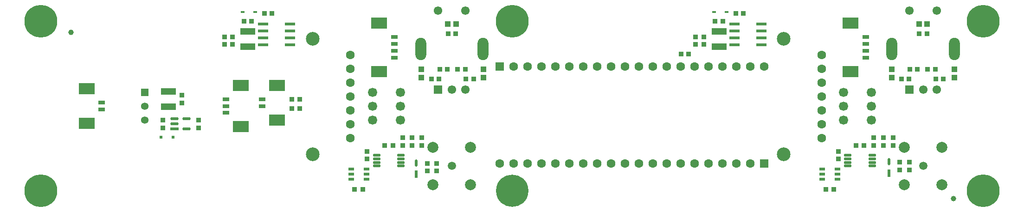
<source format=gbr>
%TF.GenerationSoftware,Altium Limited,Altium Designer,23.7.1 (13)*%
G04 Layer_Color=255*
%FSLAX45Y45*%
%MOMM*%
%TF.SameCoordinates,F0F8C17F-0DA8-4E41-987A-5915CA82B15D*%
%TF.FilePolarity,Positive*%
%TF.FileFunction,Pads,Bot*%
%TF.Part,Single*%
G01*
G75*
%TA.AperFunction,SMDPad,CuDef*%
%ADD10R,0.91213X0.95814*%
%ADD11R,0.95872X0.91213*%
%TA.AperFunction,FiducialPad,Global*%
%ADD12C,1.00000*%
%TA.AperFunction,ComponentPad*%
%ADD15R,1.60000X1.60000*%
%ADD16C,1.60000*%
%ADD17C,1.55000*%
%ADD18R,1.55000X1.55000*%
G04:AMPARAMS|DCode=19|XSize=2mm|YSize=4.1mm|CornerRadius=1mm|HoleSize=0mm|Usage=FLASHONLY|Rotation=0.000|XOffset=0mm|YOffset=0mm|HoleType=Round|Shape=RoundedRectangle|*
%AMROUNDEDRECTD19*
21,1,2.00000,2.10000,0,0,0.0*
21,1,0.00000,4.10000,0,0,0.0*
1,1,2.00000,0.00000,-1.05000*
1,1,2.00000,0.00000,-1.05000*
1,1,2.00000,0.00000,1.05000*
1,1,2.00000,0.00000,1.05000*
%
%ADD19ROUNDEDRECTD19*%
%ADD20C,1.69000*%
%ADD21C,2.50000*%
%ADD22C,1.35800*%
%ADD23R,1.35800X1.35800*%
%ADD24C,1.49860*%
%ADD25C,2.00660*%
%TA.AperFunction,WasherPad*%
%ADD26C,6.00000*%
%ADD27C,5.90000*%
%TA.AperFunction,SMDPad,CuDef*%
G04:AMPARAMS|DCode=31|XSize=1.50524mm|YSize=0.57213mm|CornerRadius=0.28606mm|HoleSize=0mm|Usage=FLASHONLY|Rotation=0.000|XOffset=0mm|YOffset=0mm|HoleType=Round|Shape=RoundedRectangle|*
%AMROUNDEDRECTD31*
21,1,1.50524,0.00000,0,0,0.0*
21,1,0.93311,0.57213,0,0,0.0*
1,1,0.57213,0.46655,0.00000*
1,1,0.57213,-0.46655,0.00000*
1,1,0.57213,-0.46655,0.00000*
1,1,0.57213,0.46655,0.00000*
%
%ADD31ROUNDEDRECTD31*%
%ADD32R,1.50524X0.57213*%
%ADD33R,0.60000X0.60000*%
%ADD34R,0.80000X0.45000*%
%ADD35R,1.97000X0.60000*%
%ADD36R,3.00000X2.10000*%
%ADD37R,1.30000X0.80000*%
%ADD38R,1.05000X1.00000*%
%ADD39R,0.47583X1.35523*%
G04:AMPARAMS|DCode=40|XSize=1.35523mm|YSize=0.47583mm|CornerRadius=0.23791mm|HoleSize=0mm|Usage=FLASHONLY|Rotation=90.000|XOffset=0mm|YOffset=0mm|HoleType=Round|Shape=RoundedRectangle|*
%AMROUNDEDRECTD40*
21,1,1.35523,0.00000,0,0,90.0*
21,1,0.87941,0.47583,0,0,90.0*
1,1,0.47583,0.00000,0.43970*
1,1,0.47583,0.00000,-0.43970*
1,1,0.47583,0.00000,-0.43970*
1,1,0.47583,0.00000,0.43970*
%
%ADD40ROUNDEDRECTD40*%
%ADD41R,0.95814X0.91213*%
G04:AMPARAMS|DCode=42|XSize=0.45mm|YSize=1.35mm|CornerRadius=0.0495mm|HoleSize=0mm|Usage=FLASHONLY|Rotation=90.000|XOffset=0mm|YOffset=0mm|HoleType=Round|Shape=RoundedRectangle|*
%AMROUNDEDRECTD42*
21,1,0.45000,1.25100,0,0,90.0*
21,1,0.35100,1.35000,0,0,90.0*
1,1,0.09900,0.62550,0.17550*
1,1,0.09900,0.62550,-0.17550*
1,1,0.09900,-0.62550,-0.17550*
1,1,0.09900,-0.62550,0.17550*
%
%ADD42ROUNDEDRECTD42*%
%ADD43R,1.10000X0.60000*%
%ADD44R,2.70000X1.30000*%
%ADD45R,0.91213X0.95872*%
%ADD46R,1.00000X1.05000*%
D10*
X7075000Y729800D02*
D03*
Y870199D02*
D03*
X7250000D02*
D03*
Y729800D02*
D03*
X6950000Y1179801D02*
D03*
Y1320200D02*
D03*
X-1650000Y1179801D02*
D03*
Y1320200D02*
D03*
X-1375000Y709859D02*
D03*
Y850258D02*
D03*
X6775000Y1320200D02*
D03*
Y1179801D02*
D03*
X-1825000Y1320200D02*
D03*
Y1179801D02*
D03*
X-1550000Y850258D02*
D03*
Y709859D02*
D03*
X-2000000Y1320200D02*
D03*
Y1179801D02*
D03*
X-2650000Y1070200D02*
D03*
Y929801D02*
D03*
X6600000Y1320200D02*
D03*
Y1179801D02*
D03*
X5950000Y1070200D02*
D03*
Y929801D02*
D03*
X3500000Y3170199D02*
D03*
Y3029800D02*
D03*
X-5100000Y3170199D02*
D03*
Y3029800D02*
D03*
X3350000Y3170199D02*
D03*
Y3029800D02*
D03*
X-5250000Y3170199D02*
D03*
Y3029800D02*
D03*
D11*
X-2872671Y375000D02*
D03*
X-2727329D02*
D03*
X-2177329Y1175000D02*
D03*
X-2322671D02*
D03*
X5727329Y375000D02*
D03*
X5872671D02*
D03*
X6422671Y1175000D02*
D03*
X6277329D02*
D03*
D12*
X8050000Y199999D02*
D03*
X-8050000Y3249999D02*
D03*
D15*
X-225000Y2628000D02*
D03*
X4601000Y850000D02*
D03*
D16*
X29000Y2628000D02*
D03*
X283000D02*
D03*
X537000D02*
D03*
X791000D02*
D03*
X1045000D02*
D03*
X1299000D02*
D03*
X1553000D02*
D03*
X1807000D02*
D03*
X2061000D02*
D03*
X2315000D02*
D03*
X2569000D02*
D03*
X2823000D02*
D03*
X3077000D02*
D03*
X3331000D02*
D03*
X3585000D02*
D03*
X3839000D02*
D03*
X4093000D02*
D03*
X4347000D02*
D03*
X4601000D02*
D03*
X-2952000Y1313998D02*
D03*
Y1567998D02*
D03*
Y1821998D02*
D03*
Y2075998D02*
D03*
Y2329998D02*
D03*
Y2583998D02*
D03*
Y2837998D02*
D03*
X-225000Y850000D02*
D03*
X29000D02*
D03*
X283000D02*
D03*
X537000D02*
D03*
X791000D02*
D03*
X1045000D02*
D03*
X1299000D02*
D03*
X1553000D02*
D03*
X1807000D02*
D03*
X2061000D02*
D03*
X2315000D02*
D03*
X2569000D02*
D03*
X2823000D02*
D03*
X3077000D02*
D03*
X3331000D02*
D03*
X3585000D02*
D03*
X3839000D02*
D03*
X4093000D02*
D03*
X4347000D02*
D03*
X5648000Y2837998D02*
D03*
Y2583998D02*
D03*
Y2329998D02*
D03*
Y2075998D02*
D03*
Y1821998D02*
D03*
Y1567998D02*
D03*
Y1313998D02*
D03*
D17*
X7250000Y3649999D02*
D03*
X7750000D02*
D03*
X7500000Y2199998D02*
D03*
X7750000D02*
D03*
X-850000D02*
D03*
X-1100000D02*
D03*
X-850000Y3649999D02*
D03*
X-1350000D02*
D03*
D18*
X7250000Y2199998D02*
D03*
X-1350000D02*
D03*
D19*
X6930000Y2949998D02*
D03*
X8070000D02*
D03*
X-530000D02*
D03*
X-1670000D02*
D03*
D20*
X6558000Y1899998D02*
D03*
Y2153998D02*
D03*
X6050000Y1645998D02*
D03*
Y1899998D02*
D03*
Y2153998D02*
D03*
X6558000Y1645998D02*
D03*
X-2550000D02*
D03*
Y1899998D02*
D03*
Y2153998D02*
D03*
X-2042000Y1645998D02*
D03*
Y1899998D02*
D03*
Y2153998D02*
D03*
D21*
X-3642000Y1015998D02*
D03*
Y3135998D02*
D03*
X4958000D02*
D03*
Y1015998D02*
D03*
D22*
X-6700000Y1646000D02*
D03*
Y1900000D02*
D03*
D23*
Y2154000D02*
D03*
D24*
X-1100000Y799998D02*
D03*
X7500000D02*
D03*
D25*
X-1444170Y1144168D02*
D03*
X-755830D02*
D03*
X-1444170Y455828D02*
D03*
X-755830D02*
D03*
X7155830Y1144168D02*
D03*
X7844170D02*
D03*
X7155830Y455828D02*
D03*
X7844170D02*
D03*
D26*
X-8600000Y3449998D02*
D03*
Y349999D02*
D03*
X0Y3449998D02*
D03*
X8600000Y349999D02*
D03*
Y3449998D02*
D03*
D27*
X-0Y349999D02*
D03*
D31*
X-5939952Y1480000D02*
D03*
Y1670000D02*
D03*
X-6160048D02*
D03*
Y1575000D02*
D03*
D32*
Y1480000D02*
D03*
D33*
X-6190000Y1325000D02*
D03*
X-6410000D02*
D03*
D34*
X-4915000Y3625000D02*
D03*
X-4685000D02*
D03*
X3685000Y3625000D02*
D03*
X3915000D02*
D03*
D35*
X-4050000Y3025000D02*
D03*
Y3152000D02*
D03*
Y3279000D02*
D03*
Y3406000D02*
D03*
X-4545000D02*
D03*
Y3279000D02*
D03*
Y3152000D02*
D03*
Y3025000D02*
D03*
X4550000D02*
D03*
Y3152000D02*
D03*
Y3279000D02*
D03*
Y3406000D02*
D03*
X4055000D02*
D03*
Y3279000D02*
D03*
Y3152000D02*
D03*
Y3025000D02*
D03*
D36*
X-2425000Y2532500D02*
D03*
Y3417500D02*
D03*
X-7762500Y2217500D02*
D03*
Y1582500D02*
D03*
X6175000Y3417500D02*
D03*
Y2532500D02*
D03*
X-4287500Y1645000D02*
D03*
Y2280000D02*
D03*
X-4950000Y2280000D02*
D03*
Y1520000D02*
D03*
D37*
X-2150000Y3162500D02*
D03*
Y3037500D02*
D03*
Y2912500D02*
D03*
Y2787500D02*
D03*
X-7487500Y1962500D02*
D03*
Y1837500D02*
D03*
X6450000Y2787500D02*
D03*
Y2912500D02*
D03*
Y3037500D02*
D03*
Y3162500D02*
D03*
X-4562500Y1900000D02*
D03*
Y2025000D02*
D03*
X-5225000Y1775000D02*
D03*
Y2025000D02*
D03*
Y1900000D02*
D03*
D38*
X7425000Y3400000D02*
D03*
X7575000D02*
D03*
X-1025000D02*
D03*
X-1175000D02*
D03*
D39*
X6875000Y672452D02*
D03*
X-1750000Y652511D02*
D03*
D40*
X6875000Y877548D02*
D03*
X-1750000Y857607D02*
D03*
D41*
X-3879800Y2025000D02*
D03*
X-4020199D02*
D03*
Y1850000D02*
D03*
X-3879800D02*
D03*
X7729800Y2400000D02*
D03*
X7870199D02*
D03*
X7104800D02*
D03*
X7245199D02*
D03*
X7579800Y2575000D02*
D03*
X7720199D02*
D03*
X7395200D02*
D03*
X7254801D02*
D03*
X7429800Y3225000D02*
D03*
X7570199D02*
D03*
X-845199Y2400000D02*
D03*
X-704800D02*
D03*
X-1475000Y2399999D02*
D03*
X-1334601D02*
D03*
X-995199Y2575000D02*
D03*
X-854800D02*
D03*
X-1179801D02*
D03*
X-1320200D02*
D03*
X-1170200Y3225000D02*
D03*
X-1029801D02*
D03*
X3079801Y2850000D02*
D03*
X3220200D02*
D03*
X4079801Y3600000D02*
D03*
X4220200D02*
D03*
X-4520199D02*
D03*
X-4379800D02*
D03*
X3704801Y3450000D02*
D03*
X3845200D02*
D03*
X-4895199D02*
D03*
X-4754800D02*
D03*
D42*
X-2472500Y997500D02*
D03*
X-2027500D02*
D03*
Y932500D02*
D03*
Y867500D02*
D03*
Y802500D02*
D03*
X-2472500Y932500D02*
D03*
Y867500D02*
D03*
Y802500D02*
D03*
X6127500Y997500D02*
D03*
X6572500D02*
D03*
Y932500D02*
D03*
Y867500D02*
D03*
Y802500D02*
D03*
X6127500Y932500D02*
D03*
Y867500D02*
D03*
Y802500D02*
D03*
D43*
X-2940000Y745000D02*
D03*
Y650000D02*
D03*
Y555000D02*
D03*
X-2660000D02*
D03*
Y650000D02*
D03*
Y745000D02*
D03*
X5660000D02*
D03*
Y650000D02*
D03*
Y555000D02*
D03*
X5940000D02*
D03*
Y650000D02*
D03*
Y745000D02*
D03*
D44*
X3775000Y3265000D02*
D03*
Y2985000D02*
D03*
X-4825000Y3265000D02*
D03*
Y2985000D02*
D03*
X-6275000Y2165000D02*
D03*
Y1885000D02*
D03*
D45*
X-5725000Y1644671D02*
D03*
Y1499329D02*
D03*
X-6375000Y1644671D02*
D03*
Y1499329D02*
D03*
X-6025000Y1952329D02*
D03*
Y2097671D02*
D03*
D46*
X8075000Y2425000D02*
D03*
Y2575000D02*
D03*
X6925000Y2425000D02*
D03*
Y2575000D02*
D03*
X-525000Y2425000D02*
D03*
Y2575000D02*
D03*
X-1654800Y2425000D02*
D03*
Y2575000D02*
D03*
%TF.MD5,d773c13b8d08614dbef899b3436479b3*%
M02*

</source>
